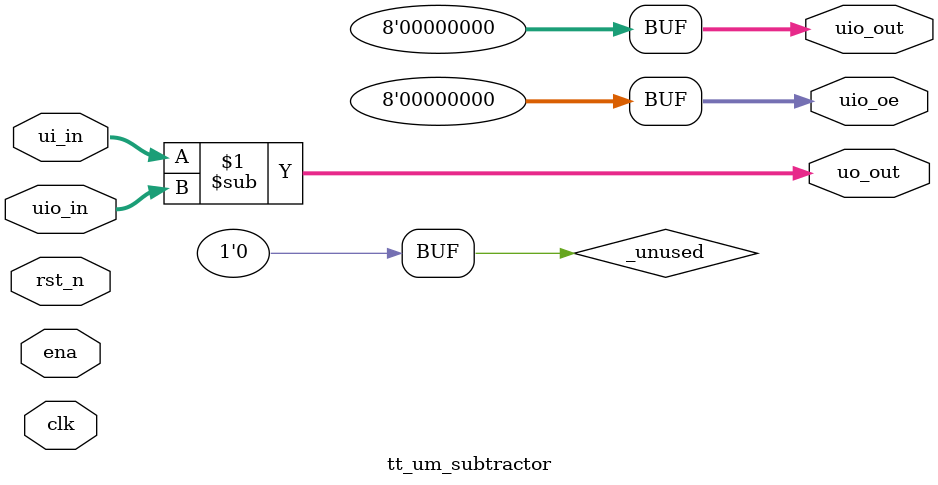
<source format=v>
/*
 * Copyright (c) 2024 Your Name
 * SPDX-License-Identifier: Apache-2.0
 */

`default_nettype none

module tt_um_subtractor (
    input  wire [7:0] ui_in,    // Dedicated inputs
    output wire [7:0] uo_out,   // Dedicated outputs
    input  wire [7:0] uio_in,   // IOs: Input path
    output wire [7:0] uio_out,  // IOs: Output path
    output wire [7:0] uio_oe,   // IOs: Enable path (active high: 0=input, 1=output)
    input  wire       ena,      // always 1 when the design is powered, so you can ignore it
    input  wire       clk,      // clock
    input  wire       rst_n     // reset_n - low to reset
);

  // All output pins must be assigned. If not used, assign to 0.
  assign uo_out  = ui_in - uio_in;  // Example: ou_out is the sum of ui_in and uio_in
  assign uio_out = 0;
  assign uio_oe  = 0;

  // List all unused inputs to prevent warnings
  wire _unused = &{ena, clk, rst_n, 1'b0};

endmodule

</source>
